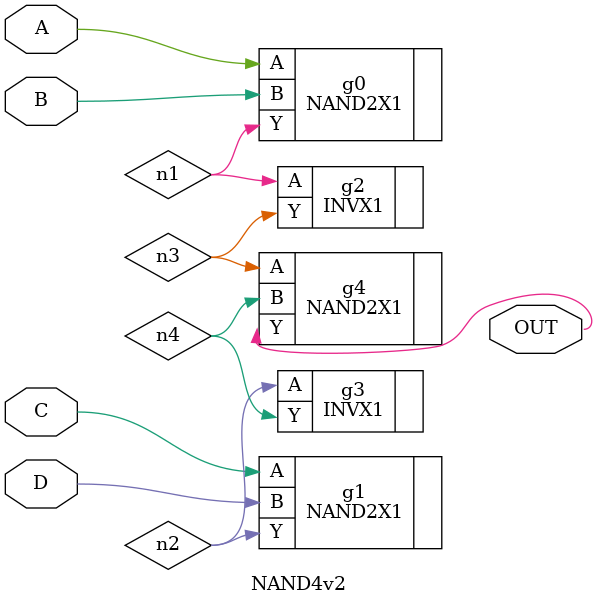
<source format=v>

module NAND4v2 ( 
    A, B, C, D, OUT );
  input  A, B, C, D;
  output OUT ;
  wire n1, n2, n3, n4;
  NAND2X1  g0(.A(A), .B(B), .Y(n1));
  NAND2X1  g1(.A(C), .B(D), .Y(n2));
  INVX1    g2(.A(n1), .Y(n3));
  INVX1    g3(.A(n2), .Y(n4));
  NAND2X1  g4(.A(n3), .B(n4), .Y(OUT)); 
endmodule

</source>
